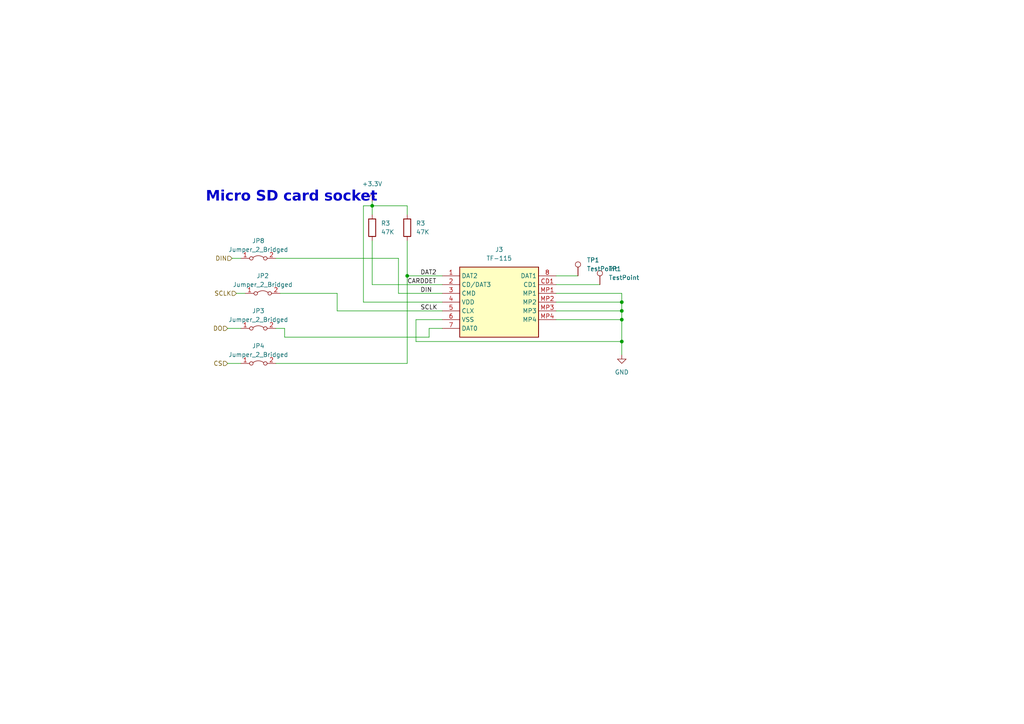
<source format=kicad_sch>
(kicad_sch (version 20230121) (generator eeschema)
  (paper "A4")
  (lib_symbols
    (symbol "Connector:TestPoint" (pin_numbers hide) (pin_names (offset 0.762) hide)
      (property "Reference" "TP" (at 0 6.858 0))
      (property "Value" "TestPoint" (at 0 5.08 0))
      (symbol "TestPoint_0_1"
        (circle (center 0 3.302) (radius 0.762))
      )
      (symbol "TestPoint_1_1"
        (pin passive line (at 0 0 90) (length 2.54) (name "1") (number "1"))
      )
    )
    (symbol "Device:R" (pin_numbers hide) (pin_names (offset 0))
      (property "Reference" "R" (at 2.032 0 90))
      (property "Value" "R" (at 0 0 90))
      (symbol "R_0_1"
        (rectangle (start -1.016 -2.54) (end 1.016 2.54) (stroke (width 0.254)))
      )
      (symbol "R_1_1"
        (pin passive line (at 0 3.81 270) (length 1.27) (name "~") (number "1"))
        (pin passive line (at 0 -3.81 90) (length 1.27) (name "~") (number "2"))
      )
    )
    (symbol "Jumper:Jumper_2_Bridged" (pin_names (offset 0) hide)
      (property "Reference" "JP" (at 0 1.905 0))
      (property "Value" "Jumper_2_Bridged" (at 0 -2.54 0))
      (symbol "Jumper_2_Bridged_0_0"
        (circle (center -2.032 0) (radius 0.508))
        (circle (center 2.032 0) (radius 0.508))
      )
      (symbol "Jumper_2_Bridged_0_1"
        (arc (start 1.524 0.254) (mid 0 0.762) (end -1.524 0.254))
      )
      (symbol "Jumper_2_Bridged_1_1"
        (pin passive line (at -5.08 0 0) (length 2.54) (name "A") (number "1"))
        (pin passive line (at 5.08 0 180) (length 2.54) (name "B") (number "2"))
      )
    )
    (symbol "TF-115:TF-115"
      (property "Reference" "J" (at 29.21 7.62 0))
      (property "Value" "TF-115" (at 29.21 5.08 0))
      (symbol "TF-115_1_1"
        (rectangle (start 5.08 2.54) (end 27.94 -17.78) (stroke (width 0.254)) (fill (type background)))
        (pin passive line (at 0 0 0) (length 5.08) (name "DAT2") (number "1"))
        (pin passive line (at 0 -2.54 0) (length 5.08) (name "CD/DAT3") (number "2"))
        (pin passive line (at 0 -5.08 0) (length 5.08) (name "CMD") (number "3"))
        (pin passive line (at 0 -7.62 0) (length 5.08) (name "VDD") (number "4"))
        (pin passive line (at 0 -10.16 0) (length 5.08) (name "CLX") (number "5"))
        (pin passive line (at 0 -12.7 0) (length 5.08) (name "VSS") (number "6"))
        (pin passive line (at 0 -15.24 0) (length 5.08) (name "DAT0") (number "7"))
        (pin passive line (at 33.02 0 180) (length 5.08) (name "DAT1") (number "8"))
        (pin passive line (at 33.02 -2.54 180) (length 5.08) (name "CD1") (number "CD1"))
        (pin passive line (at 33.02 -5.08 180) (length 5.08) (name "MP1") (number "MP1"))
        (pin passive line (at 33.02 -7.62 180) (length 5.08) (name "MP2") (number "MP2"))
        (pin passive line (at 33.02 -10.16 180) (length 5.08) (name "MP3") (number "MP3"))
        (pin passive line (at 33.02 -12.7 180) (length 5.08) (name "MP4") (number "MP4"))
      )
    )
    (symbol "power:+3.3V" (power) (pin_names (offset 0))
      (property "Value" "+3.3V" (at 0 3.556 0))
      (symbol "+3.3V_0_1"
        (polyline (pts (xy -0.762 1.27) (xy 0 2.54)))
        (polyline (pts (xy 0 0) (xy 0 2.54)))
        (polyline (pts (xy 0 2.54) (xy 0.762 1.27)))
      )
      (symbol "+3.3V_1_1"
        (pin power_in line (at 0 0 90) (length 0) hide (name "+3.3V") (number "1"))
      )
    )
    (symbol "power:GND" (power) (pin_names (offset 0))
      (property "Value" "GND" (at 0 -3.81 0))
      (symbol "GND_0_1"
        (polyline (pts (xy 0 0) (xy 0 -1.27) (xy 1.27 -1.27) (xy 0 -2.54) (xy -1.27 -1.27) (xy 0 -1.27)))
      )
      (symbol "GND_1_1"
        (pin power_in line (at 0 0 270) (length 0) hide (name "GND") (number "1"))
      )
    )
  )
  (junction (at 180.34 92.71))
  (junction (at 180.34 99.06))
  (junction (at 180.34 90.17))
  (junction (at 107.95 59.69))
  (junction (at 180.34 87.63))
  (junction (at 118.11 80.01))
  (wire (pts (xy 66.04 105.41) (xy 69.85 105.41)))
  (wire (pts (xy 118.11 105.41) (xy 118.11 80.01)))
  (wire (pts (xy 105.41 59.69) (xy 107.95 59.69)))
  (wire (pts (xy 161.29 90.17) (xy 180.34 90.17)))
  (wire (pts (xy 82.55 97.79) (xy 82.55 95.25)))
  (wire (pts (xy 128.27 92.71) (xy 120.65 92.71)))
  (wire (pts (xy 124.46 97.79) (xy 124.46 95.25)))
  (wire (pts (xy 180.34 87.63) (xy 180.34 90.17)))
  (wire (pts (xy 128.27 80.01) (xy 118.11 80.01)))
  (wire (pts (xy 180.34 85.09) (xy 180.34 87.63)))
  (wire (pts (xy 107.95 58.42) (xy 107.95 59.69)))
  (wire (pts (xy 118.11 69.85) (xy 118.11 80.01)))
  (wire (pts (xy 81.28 85.09) (xy 97.79 85.09)))
  (wire (pts (xy 180.34 99.06) (xy 180.34 102.87)))
  (wire (pts (xy 105.41 87.63) (xy 105.41 59.69)))
  (wire (pts (xy 97.79 85.09) (xy 97.79 90.17)))
  (wire (pts (xy 120.65 99.06) (xy 180.34 99.06)))
  (wire (pts (xy 107.95 69.85) (xy 107.95 82.55)))
  (wire (pts (xy 180.34 92.71) (xy 180.34 99.06)))
  (wire (pts (xy 128.27 85.09) (xy 115.57 85.09)))
  (wire (pts (xy 66.04 95.25) (xy 69.85 95.25)))
  (wire (pts (xy 80.01 74.93) (xy 115.57 74.93)))
  (wire (pts (xy 82.55 95.25) (xy 80.01 95.25)))
  (wire (pts (xy 161.29 82.55) (xy 173.99 82.55)))
  (wire (pts (xy 82.55 97.79) (xy 124.46 97.79)))
  (wire (pts (xy 128.27 82.55) (xy 107.95 82.55)))
  (wire (pts (xy 118.11 62.23) (xy 118.11 59.69)))
  (wire (pts (xy 105.41 87.63) (xy 128.27 87.63)))
  (wire (pts (xy 124.46 95.25) (xy 128.27 95.25)))
  (wire (pts (xy 69.85 74.93) (xy 67.31 74.93)))
  (wire (pts (xy 97.79 90.17) (xy 128.27 90.17)))
  (wire (pts (xy 80.01 105.41) (xy 118.11 105.41)))
  (wire (pts (xy 161.29 92.71) (xy 180.34 92.71)))
  (wire (pts (xy 120.65 92.71) (xy 120.65 99.06)))
  (wire (pts (xy 107.95 59.69) (xy 107.95 62.23)))
  (wire (pts (xy 115.57 85.09) (xy 115.57 74.93)))
  (wire (pts (xy 161.29 87.63) (xy 180.34 87.63)))
  (wire (pts (xy 118.11 59.69) (xy 107.95 59.69)))
  (wire (pts (xy 161.29 85.09) (xy 180.34 85.09)))
  (wire (pts (xy 68.58 85.09) (xy 71.12 85.09)))
  (wire (pts (xy 180.34 90.17) (xy 180.34 92.71)))
  (wire (pts (xy 161.29 80.01) (xy 167.64 80.01)))
  (text "Micro SD card socket\n" (at 59.69 59.69 0) (effects (font (size 3 3) (thickness 1) bold) (justify left bottom)))
  (label "SCLK" (at 121.92 90.17 0))
  (label "DIN" (at 121.92 85.09 0))
  (label "DAT2" (at 121.92 80.01 0))
  (label "CARDDET" (at 118.11 82.55 0))
  (hierarchical_label "CS" (shape input) (at 66.04 105.41 180))
  (hierarchical_label "DIN" (shape input) (at 67.31 74.93 180))
  (hierarchical_label "DO" (shape input) (at 66.04 95.25 180))
  (hierarchical_label "SCLK" (shape input) (at 68.58 85.09 180))
  (symbol (lib_id "Jumper:Jumper_2_Bridged") (at 74.93 105.41 0) (unit 1)
    (property "Reference" "JP4" (at 74.93 100.33 0))
    (property "Value" "Jumper_2_Bridged" (at 74.93 102.87 0))
    (property "Footprint" "Jumper:SolderJumper-2_P1.3mm_Bridged_RoundedPad1.0x1.5mm" (effects hide))
  )
  (symbol (lib_id "Connector:TestPoint") (at 173.99 82.55 0) (unit 1) (in_bom no)
    (property "Reference" "TP1" (at 176.53 77.978 0) (effects (justify left)))
    (property "Value" "TestPoint" (at 176.53 80.518 0) (effects (justify left)))
    (property "Footprint" "TestPoint:TestPoint_Pad_D1.0mm" (effects hide))
    (instances (project "v0_2_5" (path "" (reference "TP1") (unit 1)) (path "" (reference "TP6") (unit 1))))
  )
  (symbol (lib_id "Device:R") (at 118.11 66.04 0) (unit 1)
    (property "Reference" "R3" (at 120.65 64.77 0) (effects (justify left)))
    (property "Value" "47K" (at 120.65 67.31 0) (effects (justify left)))
    (property "Footprint" "Resistor_SMD:R_0603_1608Metric" (effects hide))
    (property "Manufacturer_Part_Number" "0603WAF4702T5E" (effects hide))
    (instances (project "v0_2_5" (path "" (reference "R3") (unit 1)) (path "" (reference "R6") (unit 1)) (path "" (reference "R9") (unit 1))))
  )
  (symbol (lib_id "TF-115:TF-115") (at 128.27 80.01 0) (unit 1)
    (property "Reference" "J3" (at 144.78 72.39 0))
    (property "Value" "TF-115" (at 144.78 74.93 0))
    (property "Footprint" "TF-115:TF115" (effects hide))
    (property "Datasheet" "https://datasheet.lcsc.com/szlcsc/XUNPU-TF-115_C266620.pdf" (effects hide))
    (property "Height" "2" (effects hide))
    (property "Manufacturer_Name" "XUNPU" (effects hide))
    (property "Manufacturer_Part_Number" "TF-115" (effects hide))
    (property "LCSC Part #" "C266620" (effects hide))
  )
  (symbol (lib_id "Jumper:Jumper_2_Bridged") (at 74.93 74.93 0) (unit 1)
    (property "Reference" "JP8" (at 74.93 69.85 0))
    (property "Value" "Jumper_2_Bridged" (at 74.93 72.39 0))
    (property "Footprint" "Jumper:SolderJumper-2_P1.3mm_Bridged_RoundedPad1.0x1.5mm" (effects hide))
  )
  (symbol (lib_id "Jumper:Jumper_2_Bridged") (at 74.93 95.25 0) (unit 1)
    (property "Reference" "JP3" (at 74.93 90.17 0))
    (property "Value" "Jumper_2_Bridged" (at 74.93 92.71 0))
    (property "Footprint" "Jumper:SolderJumper-2_P1.3mm_Bridged_RoundedPad1.0x1.5mm" (effects hide))
  )
  (symbol (lib_id "Jumper:Jumper_2_Bridged") (at 76.2 85.09 0) (unit 1)
    (property "Reference" "JP2" (at 76.2 80.01 0))
    (property "Value" "Jumper_2_Bridged" (at 76.2 82.55 0))
    (property "Footprint" "Jumper:SolderJumper-2_P1.3mm_Bridged_RoundedPad1.0x1.5mm" (effects hide))
  )
  (symbol (lib_id "Device:R") (at 107.95 66.04 0) (unit 1)
    (property "Reference" "R3" (at 110.49 64.77 0) (effects (justify left)))
    (property "Value" "47K" (at 110.49 67.31 0) (effects (justify left)))
    (property "Footprint" "Resistor_SMD:R_0603_1608Metric" (effects hide))
    (property "Manufacturer_Part_Number" "0603WAF4702T5E" (effects hide))
    (instances (project "v0_2_5" (path "" (reference "R3") (unit 1)) (path "" (reference "R6") (unit 1)) (path "" (reference "R10") (unit 1))))
  )
  (symbol (lib_id "power:+3.3V") (at 107.95 58.42 0) (unit 1)
    (property "Reference" "#PWR027" (effects hide))
    (property "Value" "+3.3V" (at 107.95 53.34 0))
  )
  (symbol (lib_id "Connector:TestPoint") (at 167.64 80.01 0) (unit 1) (in_bom no)
    (property "Reference" "TP1" (at 170.18 75.438 0) (effects (justify left)))
    (property "Value" "TestPoint" (at 170.18 77.978 0) (effects (justify left)))
    (property "Footprint" "TestPoint:TestPoint_Pad_D1.0mm" (effects hide))
    (instances (project "v0_2_5" (path "" (reference "TP1") (unit 1)) (path "" (reference "TP5") (unit 1))))
  )
  (symbol (lib_id "power:GND") (at 180.34 102.87 0) (unit 1)
    (property "Reference" "#PWR028" (effects hide))
    (property "Value" "GND" (at 180.34 107.95 0))
  )
)
</source>
